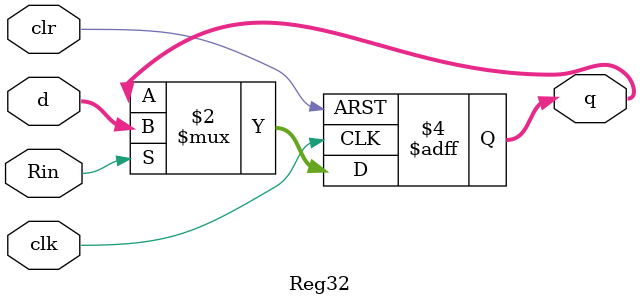
<source format=v>
module Reg32(input clr, clk, Rin, input[31:0] d, output reg[31:0] q);
    always @(posedge clk or posedge clr) 
    begin
		if(clr)
			q <= 32'h00000000;
		else if(Rin)
			q <= d;
	end
endmodule
</source>
